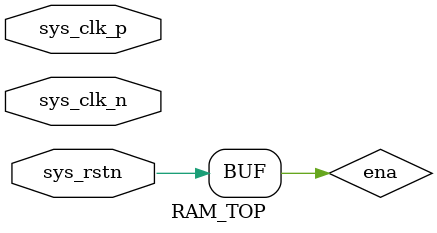
<source format=v>
`timescale 1ns / 1ps


module RAM_TOP(
input sys_clk_p,
input sys_clk_n,
input sys_rstn

    );

   wire clk;
   IBUFDS #(
      .DIFF_TERM("FALSE"),       
      .IBUF_LOW_PWR("TRUE"),     
      .IOSTANDARD("DEFAULT")     
   ) IBUFDS_inst (
      .O(clk), 
      .I(sys_clk_p),  
      .IB(sys_clk_n) 
   );
   wire ena;
   reg [0 : 0] wea;
   reg [9 : 0] addra;
   reg [15 : 0] dina;
   wire [15 : 0] douta;  

assign ena=sys_rstn;



reg [2:0]ram_state;
always@(posedge clk )
    if(!sys_rstn)begin
        ram_state<=0;
        wea<=1;
        addra<=0;
        dina<=0;
    end
    else begin
        case(ram_state)
        0:begin
            if(addra<1023)begin
                wea<=1;
                addra<=addra+1;
                dina<=dina+1;
             end
             else begin
                ram_state<=1;
                wea<=0;
                addra<=0;
                dina<=0;             
             end   
        end
        1:begin
            if(addra<1023)begin
                wea<=0;
                addra<=addra+1;
             end
             else begin
                ram_state<=0;
                wea<=1;
                addra<=0;
                dina<=0;             
             end   
        end     
        default:begin
             ram_state<=0;
             wea<=0;
             addra<=0;
             dina<=0;       
        end
        endcase
    end



blk_mem_gen_0 u0(
  .clka(clk),    // input wire clka
  .ena(ena),      // input wire ena
  .wea(wea),      // input wire [0 : 0] wea
  .addra(addra),  // input wire [9 : 0] addra
  .dina(dina),    // input wire [15 : 0] dina
  .douta(douta)  // output wire [15 : 0] douta
);  

ila_0 u1 (
	.clk(clk), // input wire clk
	.probe0(ena), // input wire [0:0]  probe0  
	.probe1(wea), // input wire [0:0]  probe1 
	.probe2(addra), // input wire [9:0]  probe2 
	.probe3(dina), // input wire [15:0]  probe3 
	.probe4(douta) // input wire [15:0]  probe4
);  
endmodule

</source>
